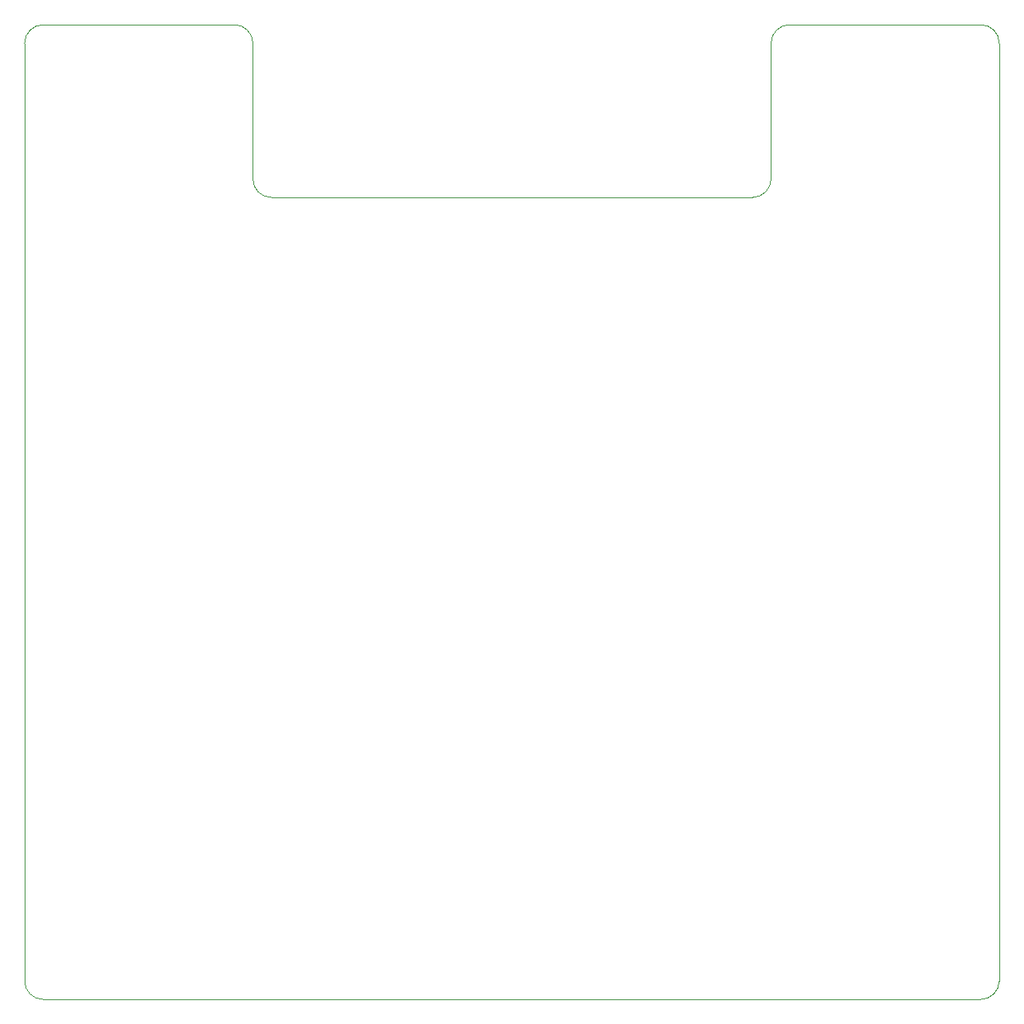
<source format=gm1>
%TF.GenerationSoftware,KiCad,Pcbnew,5.1.10*%
%TF.CreationDate,2021-06-27T23:00:14+02:00*%
%TF.ProjectId,main_v1,6d61696e-5f76-4312-9e6b-696361645f70,rev?*%
%TF.SameCoordinates,Original*%
%TF.FileFunction,Profile,NP*%
%FSLAX46Y46*%
G04 Gerber Fmt 4.6, Leading zero omitted, Abs format (unit mm)*
G04 Created by KiCad (PCBNEW 5.1.10) date 2021-06-27 23:00:14*
%MOMM*%
%LPD*%
G01*
G04 APERTURE LIST*
%TA.AperFunction,Profile*%
%ADD10C,0.050000*%
%TD*%
G04 APERTURE END LIST*
D10*
X217805000Y-60325000D02*
G75*
G02*
X219710000Y-58420000I1905000J0D01*
G01*
X239395000Y-58420000D02*
G75*
G02*
X241300000Y-60325000I0J-1905000D01*
G01*
X241300000Y-156845000D02*
G75*
G02*
X239395000Y-158750000I-1905000J0D01*
G01*
X140970000Y-60325000D02*
G75*
G02*
X142875000Y-58420000I1905000J0D01*
G01*
X162560000Y-58420000D02*
G75*
G02*
X164465000Y-60325000I0J-1905000D01*
G01*
X166370000Y-76200000D02*
G75*
G02*
X164465000Y-74295000I0J1905000D01*
G01*
X142875000Y-158750000D02*
G75*
G02*
X140970000Y-156845000I0J1905000D01*
G01*
X217805000Y-74295000D02*
G75*
G02*
X215900000Y-76200000I-1905000J0D01*
G01*
X162560000Y-58420000D02*
X142875000Y-58420000D01*
X164465000Y-74295000D02*
X164465000Y-60325000D01*
X215900000Y-76200000D02*
X166370000Y-76200000D01*
X219710000Y-58420000D02*
X239395000Y-58420000D01*
X217805000Y-60325000D02*
X217805000Y-74295000D01*
X241300000Y-156845000D02*
X241300000Y-60325000D01*
X142875000Y-158750000D02*
X239395000Y-158750000D01*
X140970000Y-156845000D02*
X140970000Y-60325000D01*
M02*

</source>
